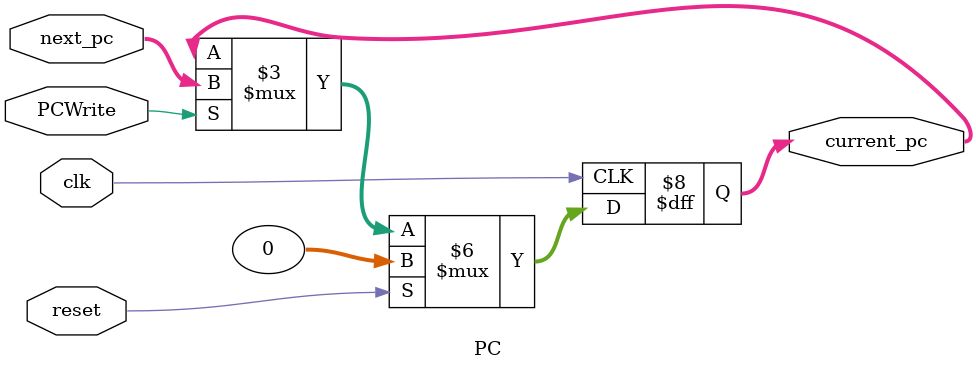
<source format=v>
module PC(reset,       // input (Use reset to initialize PC. Initial value must be 0)
    clk,         // input
    next_pc,     // input
    current_pc,   // output
    PCWrite
  );
    input reset;
    input clk;
    input [31:0] next_pc;
    input PCWrite;
    output reg [31:0] current_pc;
    
    
    // Initialize register file (do not touch)
    always @(posedge clk) begin
    // Reset register file
        if (reset) begin
            current_pc <= 0;
        end
        else begin
            if(PCWrite == 1)
                current_pc <= next_pc;
        end
    end

  
endmodule

</source>
